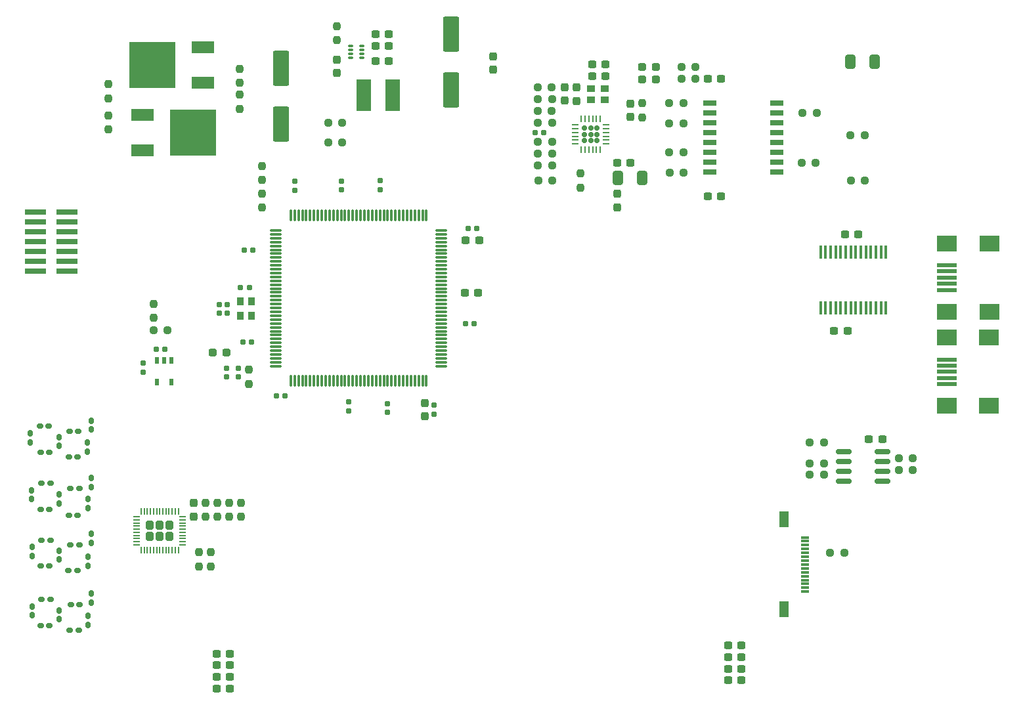
<source format=gbr>
%TF.GenerationSoftware,KiCad,Pcbnew,8.0.5*%
%TF.CreationDate,2024-09-29T23:22:26+09:00*%
%TF.ProjectId,MCU_Unit,4d43555f-556e-4697-942e-6b696361645f,rev?*%
%TF.SameCoordinates,Original*%
%TF.FileFunction,Paste,Top*%
%TF.FilePolarity,Positive*%
%FSLAX46Y46*%
G04 Gerber Fmt 4.6, Leading zero omitted, Abs format (unit mm)*
G04 Created by KiCad (PCBNEW 8.0.5) date 2024-09-29 23:22:26*
%MOMM*%
%LPD*%
G01*
G04 APERTURE LIST*
G04 Aperture macros list*
%AMRoundRect*
0 Rectangle with rounded corners*
0 $1 Rounding radius*
0 $2 $3 $4 $5 $6 $7 $8 $9 X,Y pos of 4 corners*
0 Add a 4 corners polygon primitive as box body*
4,1,4,$2,$3,$4,$5,$6,$7,$8,$9,$2,$3,0*
0 Add four circle primitives for the rounded corners*
1,1,$1+$1,$2,$3*
1,1,$1+$1,$4,$5*
1,1,$1+$1,$6,$7*
1,1,$1+$1,$8,$9*
0 Add four rect primitives between the rounded corners*
20,1,$1+$1,$2,$3,$4,$5,0*
20,1,$1+$1,$4,$5,$6,$7,0*
20,1,$1+$1,$6,$7,$8,$9,0*
20,1,$1+$1,$8,$9,$2,$3,0*%
G04 Aperture macros list end*
%ADD10RoundRect,0.237500X0.237500X-0.250000X0.237500X0.250000X-0.237500X0.250000X-0.237500X-0.250000X0*%
%ADD11RoundRect,0.237500X0.237500X-0.300000X0.237500X0.300000X-0.237500X0.300000X-0.237500X-0.300000X0*%
%ADD12R,1.700000X0.750000*%
%ADD13R,3.000000X1.600000*%
%ADD14R,6.000000X6.000000*%
%ADD15R,1.850000X4.100000*%
%ADD16R,2.790000X0.740000*%
%ADD17R,1.300000X2.000000*%
%ADD18R,1.000000X0.300000*%
%ADD19R,0.600000X0.900000*%
%ADD20RoundRect,0.155000X0.212500X0.155000X-0.212500X0.155000X-0.212500X-0.155000X0.212500X-0.155000X0*%
%ADD21RoundRect,0.155000X0.155000X-0.212500X0.155000X0.212500X-0.155000X0.212500X-0.155000X-0.212500X0*%
%ADD22RoundRect,0.155000X-0.155000X0.212500X-0.155000X-0.212500X0.155000X-0.212500X0.155000X0.212500X0*%
%ADD23RoundRect,0.155000X-0.212500X-0.155000X0.212500X-0.155000X0.212500X0.155000X-0.212500X0.155000X0*%
%ADD24RoundRect,0.160000X0.160000X-0.222500X0.160000X0.222500X-0.160000X0.222500X-0.160000X-0.222500X0*%
%ADD25RoundRect,0.160000X0.222500X0.160000X-0.222500X0.160000X-0.222500X-0.160000X0.222500X-0.160000X0*%
%ADD26RoundRect,0.237500X0.287500X0.237500X-0.287500X0.237500X-0.287500X-0.237500X0.287500X-0.237500X0*%
%ADD27R,0.950000X1.050000*%
%ADD28R,0.450000X1.750000*%
%ADD29RoundRect,0.050000X-0.362500X0.050000X-0.362500X-0.050000X0.362500X-0.050000X0.362500X0.050000X0*%
%ADD30RoundRect,0.050000X-0.050000X0.362500X-0.050000X-0.362500X0.050000X-0.362500X0.050000X0.362500X0*%
%ADD31RoundRect,0.250000X-0.260000X0.315000X-0.260000X-0.315000X0.260000X-0.315000X0.260000X0.315000X0*%
%ADD32RoundRect,0.150000X-0.825000X-0.150000X0.825000X-0.150000X0.825000X0.150000X-0.825000X0.150000X0*%
%ADD33RoundRect,0.050000X-0.285000X-0.100000X0.285000X-0.100000X0.285000X0.100000X-0.285000X0.100000X0*%
%ADD34R,1.050000X0.950000*%
%ADD35RoundRect,0.165000X-0.165000X0.165000X-0.165000X-0.165000X0.165000X-0.165000X0.165000X0.165000X0*%
%ADD36RoundRect,0.062500X-0.062500X0.325000X-0.062500X-0.325000X0.062500X-0.325000X0.062500X0.325000X0*%
%ADD37RoundRect,0.062500X-0.325000X0.062500X-0.325000X-0.062500X0.325000X-0.062500X0.325000X0.062500X0*%
%ADD38RoundRect,0.075000X-0.662500X-0.075000X0.662500X-0.075000X0.662500X0.075000X-0.662500X0.075000X0*%
%ADD39RoundRect,0.075000X-0.075000X-0.662500X0.075000X-0.662500X0.075000X0.662500X-0.075000X0.662500X0*%
%ADD40RoundRect,0.237500X-0.237500X0.250000X-0.237500X-0.250000X0.237500X-0.250000X0.237500X0.250000X0*%
%ADD41RoundRect,0.237500X-0.250000X-0.237500X0.250000X-0.237500X0.250000X0.237500X-0.250000X0.237500X0*%
%ADD42RoundRect,0.237500X0.250000X0.237500X-0.250000X0.237500X-0.250000X-0.237500X0.250000X-0.237500X0*%
%ADD43R,2.500000X2.000000*%
%ADD44R,2.500000X0.500000*%
%ADD45RoundRect,0.237500X-0.237500X0.287500X-0.237500X-0.287500X0.237500X-0.287500X0.237500X0.287500X0*%
%ADD46RoundRect,0.237500X-0.287500X-0.237500X0.287500X-0.237500X0.287500X0.237500X-0.287500X0.237500X0*%
%ADD47RoundRect,0.237500X0.300000X0.237500X-0.300000X0.237500X-0.300000X-0.237500X0.300000X-0.237500X0*%
%ADD48RoundRect,0.237500X-0.300000X-0.237500X0.300000X-0.237500X0.300000X0.237500X-0.300000X0.237500X0*%
%ADD49RoundRect,0.250001X-0.799999X1.999999X-0.799999X-1.999999X0.799999X-1.999999X0.799999X1.999999X0*%
%ADD50RoundRect,0.237500X-0.237500X0.300000X-0.237500X-0.300000X0.237500X-0.300000X0.237500X0.300000X0*%
%ADD51RoundRect,0.250001X0.799999X-1.999999X0.799999X1.999999X-0.799999X1.999999X-0.799999X-1.999999X0*%
%ADD52RoundRect,0.250000X-0.412500X-0.650000X0.412500X-0.650000X0.412500X0.650000X-0.412500X0.650000X0*%
G04 APERTURE END LIST*
D10*
%TO.C,R45*%
X59540000Y-109267500D03*
X59540000Y-107442500D03*
%TD*%
D11*
%TO.C,C51*%
X58020000Y-109217500D03*
X58020000Y-107492500D03*
%TD*%
D12*
%TO.C,T1*%
X124590000Y-55925000D03*
X124590000Y-57195000D03*
X124590000Y-58465000D03*
X124590000Y-59735000D03*
X124590000Y-61005000D03*
X124590000Y-62275000D03*
X124590000Y-63545000D03*
X124590000Y-64815000D03*
X133190000Y-64815000D03*
X133190000Y-63545000D03*
X133190000Y-62275000D03*
X133190000Y-61005000D03*
X133190000Y-59735000D03*
X133190000Y-58465000D03*
X133190000Y-57195000D03*
X133190000Y-55925000D03*
%TD*%
D13*
%TO.C,Q2*%
X59200000Y-53300000D03*
D14*
X52700000Y-51000000D03*
D13*
X59200000Y-48700000D03*
%TD*%
%TO.C,Q1*%
X51425000Y-57400000D03*
D14*
X57925000Y-59700000D03*
D13*
X51425000Y-62000000D03*
%TD*%
D15*
%TO.C,L1*%
X79975000Y-54900000D03*
X83625000Y-54900000D03*
%TD*%
D16*
%TO.C,J12*%
X41635000Y-77600000D03*
X37565000Y-77600000D03*
X41635000Y-76330000D03*
X37565000Y-76330000D03*
X41635000Y-75060000D03*
X37565000Y-75060000D03*
X41635000Y-73790000D03*
X37565000Y-73790000D03*
X41635000Y-72520000D03*
X37565000Y-72520000D03*
X41635000Y-71250000D03*
X37565000Y-71250000D03*
X41635000Y-69980000D03*
X37565000Y-69980000D03*
%TD*%
D17*
%TO.C,J8*%
X134090000Y-121230000D03*
X134090000Y-109630000D03*
D18*
X136790000Y-118930000D03*
X136790000Y-118430000D03*
X136790000Y-117930000D03*
X136790000Y-117430000D03*
X136790000Y-116930000D03*
X136790000Y-116430000D03*
X136790000Y-115930000D03*
X136790000Y-115430000D03*
X136790000Y-114930000D03*
X136790000Y-114430000D03*
X136790000Y-113930000D03*
X136790000Y-113430000D03*
X136790000Y-112930000D03*
X136790000Y-112430000D03*
X136790000Y-111930000D03*
%TD*%
D19*
%TO.C,IC1*%
X55150000Y-89100000D03*
X54200000Y-89100000D03*
X53250000Y-89100000D03*
X53250000Y-91900000D03*
X55150000Y-91900000D03*
%TD*%
D20*
%TO.C,C28*%
X103157500Y-59700000D03*
X102022500Y-59700000D03*
%TD*%
D21*
%TO.C,C14*%
X51500000Y-90617500D03*
X51500000Y-89482500D03*
%TD*%
D22*
%TO.C,C50*%
X62317500Y-81872500D03*
X62317500Y-83007500D03*
%TD*%
%TO.C,C49*%
X61267500Y-81872500D03*
X61267500Y-83007500D03*
%TD*%
%TO.C,C17*%
X62250000Y-90100000D03*
X62250000Y-91235000D03*
%TD*%
%TO.C,C16*%
X63800000Y-90100000D03*
X63800000Y-91235000D03*
%TD*%
D21*
%TO.C,C12*%
X71017500Y-67145000D03*
X71017500Y-66010000D03*
%TD*%
%TO.C,C11*%
X77017500Y-67095000D03*
X77017500Y-65960000D03*
%TD*%
%TO.C,C10*%
X82017500Y-67070000D03*
X82017500Y-65935000D03*
%TD*%
D23*
%TO.C,C9*%
X93362500Y-72090000D03*
X94497500Y-72090000D03*
%TD*%
%TO.C,C8*%
X94197500Y-84340000D03*
X93062500Y-84340000D03*
%TD*%
D22*
%TO.C,C7*%
X89017500Y-94885000D03*
X89017500Y-96020000D03*
%TD*%
%TO.C,C6*%
X83017500Y-94685000D03*
X83017500Y-95820000D03*
%TD*%
%TO.C,C5*%
X78017500Y-94472500D03*
X78017500Y-95607500D03*
%TD*%
D20*
%TO.C,C4*%
X69767500Y-93700000D03*
X68632500Y-93700000D03*
%TD*%
%TO.C,C3*%
X65485000Y-86700000D03*
X64350000Y-86700000D03*
%TD*%
%TO.C,C2*%
X65185000Y-79740000D03*
X64050000Y-79740000D03*
%TD*%
%TO.C,C1*%
X65635000Y-74840000D03*
X64500000Y-74840000D03*
%TD*%
D24*
%TO.C,D11*%
X44760000Y-96870000D03*
X44760000Y-98015000D03*
%TD*%
%TO.C,D10*%
X40610000Y-98970000D03*
X40610000Y-100115000D03*
%TD*%
D25*
%TO.C,D9*%
X38237500Y-100992500D03*
X39382500Y-100992500D03*
%TD*%
%TO.C,D8*%
X41887500Y-101542500D03*
X43032500Y-101542500D03*
%TD*%
D24*
%TO.C,D7*%
X44260000Y-99720000D03*
X44260000Y-100865000D03*
%TD*%
D25*
%TO.C,D6*%
X41987500Y-98242500D03*
X43132500Y-98242500D03*
%TD*%
%TO.C,D5*%
X38187500Y-97592500D03*
X39332500Y-97592500D03*
%TD*%
D24*
%TO.C,D4*%
X36960000Y-98520000D03*
X36960000Y-99665000D03*
%TD*%
%TO.C,D35*%
X44810000Y-119175000D03*
X44810000Y-120320000D03*
%TD*%
%TO.C,D34*%
X40660000Y-121325000D03*
X40660000Y-122470000D03*
%TD*%
D25*
%TO.C,D33*%
X38260000Y-123320000D03*
X39405000Y-123320000D03*
%TD*%
%TO.C,D32*%
X42010000Y-123920000D03*
X43155000Y-123920000D03*
%TD*%
D24*
%TO.C,D31*%
X44360000Y-122075000D03*
X44360000Y-123220000D03*
%TD*%
D25*
%TO.C,D30*%
X42137500Y-120570000D03*
X43282500Y-120570000D03*
%TD*%
%TO.C,D29*%
X38387500Y-119920000D03*
X39532500Y-119920000D03*
%TD*%
D24*
%TO.C,D28*%
X37160000Y-120825000D03*
X37160000Y-121970000D03*
%TD*%
%TO.C,D27*%
X44810000Y-111470000D03*
X44810000Y-112615000D03*
%TD*%
%TO.C,D26*%
X40660000Y-113625000D03*
X40660000Y-114770000D03*
%TD*%
D25*
%TO.C,D25*%
X38260000Y-115570000D03*
X39405000Y-115570000D03*
%TD*%
%TO.C,D24*%
X41860000Y-116220000D03*
X43005000Y-116220000D03*
%TD*%
D24*
%TO.C,D23*%
X44360000Y-114425000D03*
X44360000Y-115570000D03*
%TD*%
D25*
%TO.C,D22*%
X42110000Y-112870000D03*
X43255000Y-112870000D03*
%TD*%
%TO.C,D21*%
X38360000Y-112270000D03*
X39505000Y-112270000D03*
%TD*%
D24*
%TO.C,D20*%
X37160000Y-113175000D03*
X37160000Y-114320000D03*
%TD*%
%TO.C,D19*%
X44760000Y-104270000D03*
X44760000Y-105415000D03*
%TD*%
%TO.C,D18*%
X40651219Y-106409684D03*
X40651219Y-107554684D03*
%TD*%
D25*
%TO.C,D17*%
X38251219Y-108354684D03*
X39396219Y-108354684D03*
%TD*%
%TO.C,D16*%
X41901219Y-109054684D03*
X43046219Y-109054684D03*
%TD*%
D24*
%TO.C,D15*%
X44351219Y-108157184D03*
X44351219Y-107012184D03*
%TD*%
D25*
%TO.C,D14*%
X42128719Y-105654684D03*
X43273719Y-105654684D03*
%TD*%
%TO.C,D13*%
X38401219Y-104954684D03*
X39546219Y-104954684D03*
%TD*%
D24*
%TO.C,D12*%
X37101219Y-105862184D03*
X37101219Y-107007184D03*
%TD*%
D26*
%TO.C,D2*%
X117615000Y-51257500D03*
X115865000Y-51257500D03*
%TD*%
%TO.C,D1*%
X117615000Y-52857500D03*
X115865000Y-52857500D03*
%TD*%
D27*
%TO.C,U8*%
X64042500Y-81465000D03*
X64042500Y-83315000D03*
X65492500Y-83315000D03*
X65492500Y-81465000D03*
%TD*%
D28*
%TO.C,U7*%
X138825000Y-75165000D03*
X139475000Y-75165000D03*
X140125000Y-75165000D03*
X140775000Y-75165000D03*
X141425000Y-75165000D03*
X142075000Y-75165000D03*
X142725000Y-75165000D03*
X143375000Y-75165000D03*
X144025000Y-75165000D03*
X144675000Y-75165000D03*
X145325000Y-75165000D03*
X145975000Y-75165000D03*
X146625000Y-75165000D03*
X147275000Y-75165000D03*
X147275000Y-82365000D03*
X146625000Y-82365000D03*
X145975000Y-82365000D03*
X145325000Y-82365000D03*
X144675000Y-82365000D03*
X144025000Y-82365000D03*
X143375000Y-82365000D03*
X142725000Y-82365000D03*
X142075000Y-82365000D03*
X141425000Y-82365000D03*
X140775000Y-82365000D03*
X140125000Y-82365000D03*
X139475000Y-82365000D03*
X138825000Y-82365000D03*
%TD*%
D29*
%TO.C,U6*%
X56585000Y-109270000D03*
X56585000Y-109670000D03*
X56585000Y-110070000D03*
X56585000Y-110470000D03*
X56585000Y-110870000D03*
X56585000Y-111270000D03*
X56585000Y-111670000D03*
X56585000Y-112070000D03*
X56585000Y-112470000D03*
X56585000Y-112870000D03*
D30*
X56022500Y-113532500D03*
X55622500Y-113532500D03*
X55222500Y-113532500D03*
X54822500Y-113532500D03*
X54422500Y-113532500D03*
X54022500Y-113532500D03*
X53622500Y-113532500D03*
X53222500Y-113532500D03*
X52822500Y-113532500D03*
X52422500Y-113532500D03*
X52022500Y-113532500D03*
X51622500Y-113532500D03*
X51222500Y-113532500D03*
D29*
X50660000Y-112870000D03*
X50660000Y-112470000D03*
X50660000Y-112070000D03*
X50660000Y-111670000D03*
X50660000Y-111270000D03*
X50660000Y-110870000D03*
X50660000Y-110470000D03*
X50660000Y-110070000D03*
X50660000Y-109670000D03*
X50660000Y-109270000D03*
D30*
X51222500Y-108607500D03*
X51622500Y-108607500D03*
X52022500Y-108607500D03*
X52422500Y-108607500D03*
X52822500Y-108607500D03*
X53222500Y-108607500D03*
X53622500Y-108607500D03*
X54022500Y-108607500D03*
X54422500Y-108607500D03*
X54822500Y-108607500D03*
X55222500Y-108607500D03*
X55622500Y-108607500D03*
X56022500Y-108607500D03*
D31*
X52352500Y-111770000D03*
X53622500Y-111770000D03*
X54892500Y-111770000D03*
X52352500Y-110370000D03*
X53622500Y-110370000D03*
X54892500Y-110370000D03*
%TD*%
D32*
%TO.C,U5*%
X146800000Y-100835000D03*
X146800000Y-102105000D03*
X146800000Y-103375000D03*
X146800000Y-104645000D03*
X141850000Y-104645000D03*
X141850000Y-103375000D03*
X141850000Y-102105000D03*
X141850000Y-100835000D03*
%TD*%
D33*
%TO.C,U4*%
X78197500Y-48587500D03*
X78197500Y-49087500D03*
X78197500Y-49587500D03*
X78197500Y-50087500D03*
X79677500Y-50087500D03*
X79677500Y-49587500D03*
X79677500Y-49087500D03*
X79677500Y-48587500D03*
%TD*%
D34*
%TO.C,U3*%
X111040000Y-54057500D03*
X109190000Y-54057500D03*
X109190000Y-55507500D03*
X111040000Y-55507500D03*
%TD*%
D35*
%TO.C,U2*%
X110010000Y-59125000D03*
X109190000Y-59125000D03*
X108370000Y-59125000D03*
X110010000Y-59945000D03*
X109190000Y-59945000D03*
X108370000Y-59945000D03*
X110010000Y-60765000D03*
X109190000Y-60765000D03*
X108370000Y-60765000D03*
D36*
X110440000Y-57957500D03*
X109940000Y-57957500D03*
X109440000Y-57957500D03*
X108940000Y-57957500D03*
X108440000Y-57957500D03*
X107940000Y-57957500D03*
D37*
X107202500Y-58695000D03*
X107202500Y-59195000D03*
X107202500Y-59695000D03*
X107202500Y-60195000D03*
X107202500Y-60695000D03*
X107202500Y-61195000D03*
D36*
X107940000Y-61932500D03*
X108440000Y-61932500D03*
X108940000Y-61932500D03*
X109440000Y-61932500D03*
X109940000Y-61932500D03*
X110440000Y-61932500D03*
D37*
X111177500Y-61195000D03*
X111177500Y-60695000D03*
X111177500Y-60195000D03*
X111177500Y-59695000D03*
X111177500Y-59195000D03*
X111177500Y-58695000D03*
%TD*%
D38*
%TO.C,U1*%
X68605000Y-72340000D03*
X68605000Y-72840000D03*
X68605000Y-73340000D03*
X68605000Y-73840000D03*
X68605000Y-74340000D03*
X68605000Y-74840000D03*
X68605000Y-75340000D03*
X68605000Y-75840000D03*
X68605000Y-76340000D03*
X68605000Y-76840000D03*
X68605000Y-77340000D03*
X68605000Y-77840000D03*
X68605000Y-78340000D03*
X68605000Y-78840000D03*
X68605000Y-79340000D03*
X68605000Y-79840000D03*
X68605000Y-80340000D03*
X68605000Y-80840000D03*
X68605000Y-81340000D03*
X68605000Y-81840000D03*
X68605000Y-82340000D03*
X68605000Y-82840000D03*
X68605000Y-83340000D03*
X68605000Y-83840000D03*
X68605000Y-84340000D03*
X68605000Y-84840000D03*
X68605000Y-85340000D03*
X68605000Y-85840000D03*
X68605000Y-86340000D03*
X68605000Y-86840000D03*
X68605000Y-87340000D03*
X68605000Y-87840000D03*
X68605000Y-88340000D03*
X68605000Y-88840000D03*
X68605000Y-89340000D03*
X68605000Y-89840000D03*
D39*
X70517500Y-91752500D03*
X71017500Y-91752500D03*
X71517500Y-91752500D03*
X72017500Y-91752500D03*
X72517500Y-91752500D03*
X73017500Y-91752500D03*
X73517500Y-91752500D03*
X74017500Y-91752500D03*
X74517500Y-91752500D03*
X75017500Y-91752500D03*
X75517500Y-91752500D03*
X76017500Y-91752500D03*
X76517500Y-91752500D03*
X77017500Y-91752500D03*
X77517500Y-91752500D03*
X78017500Y-91752500D03*
X78517500Y-91752500D03*
X79017500Y-91752500D03*
X79517500Y-91752500D03*
X80017500Y-91752500D03*
X80517500Y-91752500D03*
X81017500Y-91752500D03*
X81517500Y-91752500D03*
X82017500Y-91752500D03*
X82517500Y-91752500D03*
X83017500Y-91752500D03*
X83517500Y-91752500D03*
X84017500Y-91752500D03*
X84517500Y-91752500D03*
X85017500Y-91752500D03*
X85517500Y-91752500D03*
X86017500Y-91752500D03*
X86517500Y-91752500D03*
X87017500Y-91752500D03*
X87517500Y-91752500D03*
X88017500Y-91752500D03*
D38*
X89930000Y-89840000D03*
X89930000Y-89340000D03*
X89930000Y-88840000D03*
X89930000Y-88340000D03*
X89930000Y-87840000D03*
X89930000Y-87340000D03*
X89930000Y-86840000D03*
X89930000Y-86340000D03*
X89930000Y-85840000D03*
X89930000Y-85340000D03*
X89930000Y-84840000D03*
X89930000Y-84340000D03*
X89930000Y-83840000D03*
X89930000Y-83340000D03*
X89930000Y-82840000D03*
X89930000Y-82340000D03*
X89930000Y-81840000D03*
X89930000Y-81340000D03*
X89930000Y-80840000D03*
X89930000Y-80340000D03*
X89930000Y-79840000D03*
X89930000Y-79340000D03*
X89930000Y-78840000D03*
X89930000Y-78340000D03*
X89930000Y-77840000D03*
X89930000Y-77340000D03*
X89930000Y-76840000D03*
X89930000Y-76340000D03*
X89930000Y-75840000D03*
X89930000Y-75340000D03*
X89930000Y-74840000D03*
X89930000Y-74340000D03*
X89930000Y-73840000D03*
X89930000Y-73340000D03*
X89930000Y-72840000D03*
X89930000Y-72340000D03*
D39*
X88017500Y-70427500D03*
X87517500Y-70427500D03*
X87017500Y-70427500D03*
X86517500Y-70427500D03*
X86017500Y-70427500D03*
X85517500Y-70427500D03*
X85017500Y-70427500D03*
X84517500Y-70427500D03*
X84017500Y-70427500D03*
X83517500Y-70427500D03*
X83017500Y-70427500D03*
X82517500Y-70427500D03*
X82017500Y-70427500D03*
X81517500Y-70427500D03*
X81017500Y-70427500D03*
X80517500Y-70427500D03*
X80017500Y-70427500D03*
X79517500Y-70427500D03*
X79017500Y-70427500D03*
X78517500Y-70427500D03*
X78017500Y-70427500D03*
X77517500Y-70427500D03*
X77017500Y-70427500D03*
X76517500Y-70427500D03*
X76017500Y-70427500D03*
X75517500Y-70427500D03*
X75017500Y-70427500D03*
X74517500Y-70427500D03*
X74017500Y-70427500D03*
X73517500Y-70427500D03*
X73017500Y-70427500D03*
X72517500Y-70427500D03*
X72017500Y-70427500D03*
X71517500Y-70427500D03*
X71017500Y-70427500D03*
X70517500Y-70427500D03*
%TD*%
D40*
%TO.C,R44*%
X64060000Y-109270000D03*
X64060000Y-107445000D03*
%TD*%
%TO.C,R43*%
X62600000Y-109270000D03*
X62600000Y-107445000D03*
%TD*%
D10*
%TO.C,R42*%
X61060000Y-107445000D03*
X61060000Y-109270000D03*
%TD*%
D41*
%TO.C,R40*%
X150725000Y-103275000D03*
X148900000Y-103275000D03*
%TD*%
%TO.C,R39*%
X150725000Y-101750000D03*
X148900000Y-101750000D03*
%TD*%
D42*
%TO.C,R38*%
X137437500Y-102375000D03*
X139262500Y-102375000D03*
%TD*%
D41*
%TO.C,R37*%
X139262500Y-103875000D03*
X137437500Y-103875000D03*
%TD*%
%TO.C,R36*%
X139250000Y-99700000D03*
X137425000Y-99700000D03*
%TD*%
D40*
%TO.C,R35*%
X60200000Y-113870000D03*
X60200000Y-115695000D03*
%TD*%
%TO.C,R34*%
X58660000Y-113870000D03*
X58660000Y-115695000D03*
%TD*%
D42*
%TO.C,R33*%
X140050000Y-113935000D03*
X141875000Y-113935000D03*
%TD*%
D40*
%TO.C,R32*%
X63925000Y-54837500D03*
X63925000Y-56662500D03*
%TD*%
%TO.C,R31*%
X63925000Y-51475000D03*
X63925000Y-53300000D03*
%TD*%
D10*
%TO.C,R30*%
X47000000Y-55312500D03*
X47000000Y-53487500D03*
%TD*%
%TO.C,R29*%
X47000000Y-59312500D03*
X47000000Y-57487500D03*
%TD*%
D41*
%TO.C,R28*%
X75350526Y-60958569D03*
X77175526Y-60958569D03*
%TD*%
%TO.C,R27*%
X75350526Y-58448569D03*
X77175526Y-58448569D03*
%TD*%
D10*
%TO.C,R26*%
X76437500Y-47812500D03*
X76437500Y-45987500D03*
%TD*%
D42*
%TO.C,R25*%
X104202500Y-63925000D03*
X102377500Y-63925000D03*
%TD*%
%TO.C,R24*%
X104177500Y-53925000D03*
X102352500Y-53925000D03*
%TD*%
%TO.C,R23*%
X104177500Y-56925000D03*
X102352500Y-56925000D03*
%TD*%
D41*
%TO.C,R22*%
X102365000Y-58425000D03*
X104190000Y-58425000D03*
%TD*%
%TO.C,R21*%
X102365000Y-55425000D03*
X104190000Y-55425000D03*
%TD*%
%TO.C,R20*%
X119340000Y-55957500D03*
X121165000Y-55957500D03*
%TD*%
%TO.C,R19*%
X119340000Y-58507500D03*
X121165000Y-58507500D03*
%TD*%
%TO.C,R18*%
X121140000Y-62307500D03*
X119315000Y-62307500D03*
%TD*%
%TO.C,R17*%
X119365000Y-64857500D03*
X121190000Y-64857500D03*
%TD*%
%TO.C,R16*%
X102390000Y-60925000D03*
X104215000Y-60925000D03*
%TD*%
%TO.C,R15*%
X102390000Y-62425000D03*
X104215000Y-62425000D03*
%TD*%
%TO.C,R14*%
X102417500Y-65900000D03*
X104242500Y-65900000D03*
%TD*%
D10*
%TO.C,R13*%
X107890000Y-66837500D03*
X107890000Y-65012500D03*
%TD*%
D40*
%TO.C,R12*%
X65100000Y-90312500D03*
X65100000Y-92137500D03*
%TD*%
D41*
%TO.C,R11*%
X120902500Y-51250000D03*
X122727500Y-51250000D03*
%TD*%
%TO.C,R10*%
X120890000Y-52775000D03*
X122715000Y-52775000D03*
%TD*%
D10*
%TO.C,R9*%
X115840000Y-57770000D03*
X115840000Y-55945000D03*
%TD*%
D42*
%TO.C,R8*%
X144552500Y-65907500D03*
X142727500Y-65907500D03*
%TD*%
%TO.C,R7*%
X144502500Y-60107500D03*
X142677500Y-60107500D03*
%TD*%
D41*
%TO.C,R6*%
X136527500Y-57207500D03*
X138352500Y-57207500D03*
%TD*%
%TO.C,R5*%
X136390000Y-63607500D03*
X138215000Y-63607500D03*
%TD*%
D10*
%TO.C,R4*%
X66767500Y-69415000D03*
X66767500Y-67590000D03*
%TD*%
%TO.C,R3*%
X66767500Y-65865000D03*
X66767500Y-64040000D03*
%TD*%
%TO.C,R2*%
X52800000Y-81787500D03*
X52800000Y-83612500D03*
%TD*%
D41*
%TO.C,R1*%
X52800000Y-85200000D03*
X54625000Y-85200000D03*
%TD*%
D43*
%TO.C,J9*%
X160590000Y-74010000D03*
X155090000Y-74010000D03*
X160590000Y-82810000D03*
X155090000Y-82810000D03*
D44*
X155090000Y-76810000D03*
X155090000Y-77610000D03*
X155090000Y-78410000D03*
X155090000Y-79210000D03*
X155090000Y-80010000D03*
%TD*%
%TO.C,J7*%
X155075000Y-92180000D03*
X155075000Y-91380000D03*
X155075000Y-90580000D03*
X155075000Y-89780000D03*
X155075000Y-88980000D03*
D43*
X155075000Y-94980000D03*
X160575000Y-94980000D03*
X155075000Y-86180000D03*
X160575000Y-86180000D03*
%TD*%
D45*
%TO.C,FB2*%
X112590000Y-67586500D03*
X112590000Y-69336500D03*
%TD*%
D46*
%TO.C,FB1*%
X60475000Y-88125000D03*
X62225000Y-88125000D03*
%TD*%
D47*
%TO.C,C48*%
X60935000Y-128410000D03*
X62660000Y-128410000D03*
%TD*%
%TO.C,C47*%
X60935000Y-129910000D03*
X62660000Y-129910000D03*
%TD*%
%TO.C,C46*%
X62660000Y-131410000D03*
X60935000Y-131410000D03*
%TD*%
%TO.C,C45*%
X145072500Y-99292004D03*
X146797500Y-99292004D03*
%TD*%
%TO.C,C44*%
X60935000Y-126910000D03*
X62660000Y-126910000D03*
%TD*%
%TO.C,C42*%
X126890000Y-127355000D03*
X128615000Y-127355000D03*
%TD*%
%TO.C,C41*%
X126895000Y-130375000D03*
X128620000Y-130375000D03*
%TD*%
%TO.C,C39*%
X141987500Y-72865000D03*
X143712500Y-72865000D03*
%TD*%
D48*
%TO.C,C38*%
X142305000Y-85300000D03*
X140580000Y-85300000D03*
%TD*%
D49*
%TO.C,C37*%
X69225000Y-51400000D03*
X69225000Y-58600000D03*
%TD*%
D48*
%TO.C,C36*%
X93073222Y-73577888D03*
X94798222Y-73577888D03*
%TD*%
D50*
%TO.C,C35*%
X87800000Y-94590000D03*
X87800000Y-96315000D03*
%TD*%
D51*
%TO.C,C34*%
X91187500Y-54200000D03*
X91187500Y-47000000D03*
%TD*%
D11*
%TO.C,C33*%
X96600000Y-51625000D03*
X96600000Y-49900000D03*
%TD*%
D47*
%TO.C,C32*%
X83150000Y-47000000D03*
X81425000Y-47000000D03*
%TD*%
%TO.C,C31*%
X83162500Y-50500000D03*
X81437500Y-50500000D03*
%TD*%
D48*
%TO.C,C30*%
X81425000Y-48550000D03*
X83150000Y-48550000D03*
%TD*%
D50*
%TO.C,C29*%
X76447500Y-50325000D03*
X76447500Y-52050000D03*
%TD*%
D11*
%TO.C,C27*%
X105860000Y-55620000D03*
X105860000Y-53895000D03*
%TD*%
%TO.C,C26*%
X107390000Y-55625000D03*
X107390000Y-53900000D03*
%TD*%
D52*
%TO.C,C25*%
X112669608Y-65569527D03*
X115794608Y-65569527D03*
%TD*%
D48*
%TO.C,C24*%
X112590000Y-63657500D03*
X114315000Y-63657500D03*
%TD*%
D11*
%TO.C,C23*%
X114340000Y-57720000D03*
X114340000Y-55995000D03*
%TD*%
D47*
%TO.C,C22*%
X111102500Y-50907500D03*
X109377500Y-50907500D03*
%TD*%
%TO.C,C21*%
X111102500Y-52407500D03*
X109377500Y-52407500D03*
%TD*%
%TO.C,C20*%
X126002500Y-52775000D03*
X124277500Y-52775000D03*
%TD*%
%TO.C,C19*%
X126002500Y-67957500D03*
X124277500Y-67957500D03*
%TD*%
D52*
%TO.C,C18*%
X142677500Y-50607500D03*
X145802500Y-50607500D03*
%TD*%
D20*
%TO.C,C15*%
X54317500Y-87700000D03*
X53182500Y-87700000D03*
%TD*%
D48*
%TO.C,C13*%
X92945000Y-80400000D03*
X94670000Y-80400000D03*
%TD*%
D47*
%TO.C,C40*%
X126890000Y-128865000D03*
X128615000Y-128865000D03*
%TD*%
%TO.C,C43*%
X126890000Y-125855000D03*
X128615000Y-125855000D03*
%TD*%
M02*

</source>
